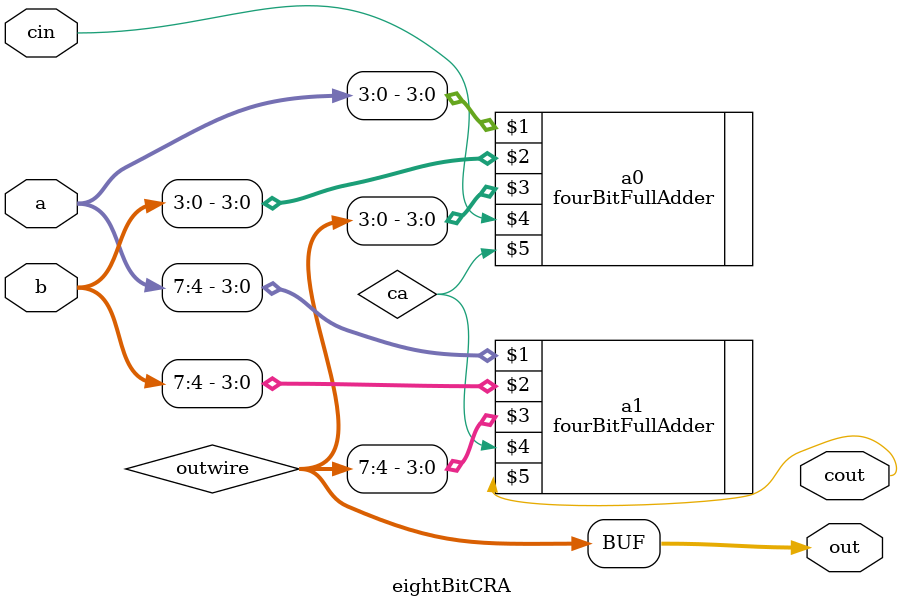
<source format=v>
`timescale 1ns / 1ps


module eightBitCRA(a,b,out,cin,cout);
input [7:0] a,b;
input cin;
output [7:0] out;
output cout;
wire ca;
wire [7:0] outwire;

fourBitFullAdder a0(a[3:0],b[3:0],outwire[3:0],cin,ca);
fourBitFullAdder a1(a[7:4],b[7:4],outwire[7:4],ca,cout);
assign out=outwire;
endmodule

</source>
